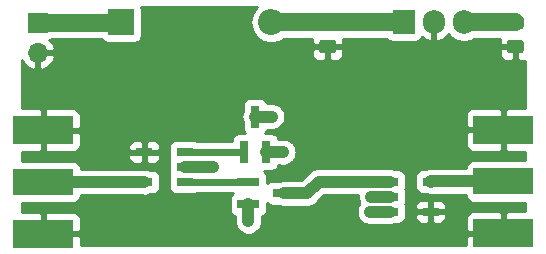
<source format=gbr>
G04 #@! TF.GenerationSoftware,KiCad,Pcbnew,(5.0.2)-1*
G04 #@! TF.CreationDate,2020-02-08T04:52:55-08:00*
G04 #@! TF.ProjectId,Pa Rev 2.0,50612052-6576-4203-922e-302e6b696361,rev?*
G04 #@! TF.SameCoordinates,Original*
G04 #@! TF.FileFunction,Copper,L1,Top*
G04 #@! TF.FilePolarity,Positive*
%FSLAX46Y46*%
G04 Gerber Fmt 4.6, Leading zero omitted, Abs format (unit mm)*
G04 Created by KiCad (PCBNEW (5.0.2)-1) date 2/8/2020 4:52:55 AM*
%MOMM*%
%LPD*%
G01*
G04 APERTURE LIST*
G04 #@! TA.AperFunction,SMDPad,CuDef*
%ADD10R,5.080000X2.420000*%
G04 #@! TD*
G04 #@! TA.AperFunction,SMDPad,CuDef*
%ADD11R,5.080000X2.290000*%
G04 #@! TD*
G04 #@! TA.AperFunction,Conductor*
%ADD12C,0.100000*%
G04 #@! TD*
G04 #@! TA.AperFunction,SMDPad,CuDef*
%ADD13C,1.150000*%
G04 #@! TD*
G04 #@! TA.AperFunction,ComponentPad*
%ADD14R,2.200000X2.200000*%
G04 #@! TD*
G04 #@! TA.AperFunction,ComponentPad*
%ADD15O,2.200000X2.200000*%
G04 #@! TD*
G04 #@! TA.AperFunction,ComponentPad*
%ADD16R,1.700000X1.700000*%
G04 #@! TD*
G04 #@! TA.AperFunction,ComponentPad*
%ADD17O,1.700000X1.700000*%
G04 #@! TD*
G04 #@! TA.AperFunction,SMDPad,CuDef*
%ADD18R,1.900000X0.800000*%
G04 #@! TD*
G04 #@! TA.AperFunction,SMDPad,CuDef*
%ADD19R,0.800000X1.900000*%
G04 #@! TD*
G04 #@! TA.AperFunction,SMDPad,CuDef*
%ADD20R,1.400000X0.760000*%
G04 #@! TD*
G04 #@! TA.AperFunction,ComponentPad*
%ADD21R,1.905000X2.000000*%
G04 #@! TD*
G04 #@! TA.AperFunction,ComponentPad*
%ADD22O,1.905000X2.000000*%
G04 #@! TD*
G04 #@! TA.AperFunction,ViaPad*
%ADD23C,1.016000*%
G04 #@! TD*
G04 #@! TA.AperFunction,Conductor*
%ADD24C,1.500000*%
G04 #@! TD*
G04 #@! TA.AperFunction,Conductor*
%ADD25C,1.000000*%
G04 #@! TD*
G04 #@! TA.AperFunction,Conductor*
%ADD26C,0.600000*%
G04 #@! TD*
G04 #@! TA.AperFunction,Conductor*
%ADD27C,0.254000*%
G04 #@! TD*
G04 APERTURE END LIST*
D10*
G04 #@! TO.P,J2,2*
G04 #@! TO.N,GND*
X87472520Y-71571080D03*
X87472520Y-80331080D03*
D11*
G04 #@! TO.P,J2,1*
G04 #@! TO.N,Net-(J2-Pad1)*
X87472520Y-75951080D03*
G04 #@! TD*
G04 #@! TO.P,J1,1*
G04 #@! TO.N,Net-(J1-Pad1)*
X48495800Y-75986640D03*
D10*
G04 #@! TO.P,J1,2*
G04 #@! TO.N,GND*
X48495800Y-71606640D03*
X48495800Y-80366640D03*
G04 #@! TD*
D12*
G04 #@! TO.N,Net-(C1-Pad1)*
G04 #@! TO.C,C1*
G36*
X73067705Y-61901204D02*
X73091973Y-61904804D01*
X73115772Y-61910765D01*
X73138871Y-61919030D01*
X73161050Y-61929520D01*
X73182093Y-61942132D01*
X73201799Y-61956747D01*
X73219977Y-61973223D01*
X73236453Y-61991401D01*
X73251068Y-62011107D01*
X73263680Y-62032150D01*
X73274170Y-62054329D01*
X73282435Y-62077428D01*
X73288396Y-62101227D01*
X73291996Y-62125495D01*
X73293200Y-62149999D01*
X73293200Y-62800001D01*
X73291996Y-62824505D01*
X73288396Y-62848773D01*
X73282435Y-62872572D01*
X73274170Y-62895671D01*
X73263680Y-62917850D01*
X73251068Y-62938893D01*
X73236453Y-62958599D01*
X73219977Y-62976777D01*
X73201799Y-62993253D01*
X73182093Y-63007868D01*
X73161050Y-63020480D01*
X73138871Y-63030970D01*
X73115772Y-63039235D01*
X73091973Y-63045196D01*
X73067705Y-63048796D01*
X73043201Y-63050000D01*
X72143199Y-63050000D01*
X72118695Y-63048796D01*
X72094427Y-63045196D01*
X72070628Y-63039235D01*
X72047529Y-63030970D01*
X72025350Y-63020480D01*
X72004307Y-63007868D01*
X71984601Y-62993253D01*
X71966423Y-62976777D01*
X71949947Y-62958599D01*
X71935332Y-62938893D01*
X71922720Y-62917850D01*
X71912230Y-62895671D01*
X71903965Y-62872572D01*
X71898004Y-62848773D01*
X71894404Y-62824505D01*
X71893200Y-62800001D01*
X71893200Y-62149999D01*
X71894404Y-62125495D01*
X71898004Y-62101227D01*
X71903965Y-62077428D01*
X71912230Y-62054329D01*
X71922720Y-62032150D01*
X71935332Y-62011107D01*
X71949947Y-61991401D01*
X71966423Y-61973223D01*
X71984601Y-61956747D01*
X72004307Y-61942132D01*
X72025350Y-61929520D01*
X72047529Y-61919030D01*
X72070628Y-61910765D01*
X72094427Y-61904804D01*
X72118695Y-61901204D01*
X72143199Y-61900000D01*
X73043201Y-61900000D01*
X73067705Y-61901204D01*
X73067705Y-61901204D01*
G37*
D13*
G04 #@! TD*
G04 #@! TO.P,C1,1*
G04 #@! TO.N,Net-(C1-Pad1)*
X72593200Y-62475000D03*
D12*
G04 #@! TO.N,GND*
G04 #@! TO.C,C1*
G36*
X73067705Y-63951204D02*
X73091973Y-63954804D01*
X73115772Y-63960765D01*
X73138871Y-63969030D01*
X73161050Y-63979520D01*
X73182093Y-63992132D01*
X73201799Y-64006747D01*
X73219977Y-64023223D01*
X73236453Y-64041401D01*
X73251068Y-64061107D01*
X73263680Y-64082150D01*
X73274170Y-64104329D01*
X73282435Y-64127428D01*
X73288396Y-64151227D01*
X73291996Y-64175495D01*
X73293200Y-64199999D01*
X73293200Y-64850001D01*
X73291996Y-64874505D01*
X73288396Y-64898773D01*
X73282435Y-64922572D01*
X73274170Y-64945671D01*
X73263680Y-64967850D01*
X73251068Y-64988893D01*
X73236453Y-65008599D01*
X73219977Y-65026777D01*
X73201799Y-65043253D01*
X73182093Y-65057868D01*
X73161050Y-65070480D01*
X73138871Y-65080970D01*
X73115772Y-65089235D01*
X73091973Y-65095196D01*
X73067705Y-65098796D01*
X73043201Y-65100000D01*
X72143199Y-65100000D01*
X72118695Y-65098796D01*
X72094427Y-65095196D01*
X72070628Y-65089235D01*
X72047529Y-65080970D01*
X72025350Y-65070480D01*
X72004307Y-65057868D01*
X71984601Y-65043253D01*
X71966423Y-65026777D01*
X71949947Y-65008599D01*
X71935332Y-64988893D01*
X71922720Y-64967850D01*
X71912230Y-64945671D01*
X71903965Y-64922572D01*
X71898004Y-64898773D01*
X71894404Y-64874505D01*
X71893200Y-64850001D01*
X71893200Y-64199999D01*
X71894404Y-64175495D01*
X71898004Y-64151227D01*
X71903965Y-64127428D01*
X71912230Y-64104329D01*
X71922720Y-64082150D01*
X71935332Y-64061107D01*
X71949947Y-64041401D01*
X71966423Y-64023223D01*
X71984601Y-64006747D01*
X72004307Y-63992132D01*
X72025350Y-63979520D01*
X72047529Y-63969030D01*
X72070628Y-63960765D01*
X72094427Y-63954804D01*
X72118695Y-63951204D01*
X72143199Y-63950000D01*
X73043201Y-63950000D01*
X73067705Y-63951204D01*
X73067705Y-63951204D01*
G37*
D13*
G04 #@! TD*
G04 #@! TO.P,C1,2*
G04 #@! TO.N,GND*
X72593200Y-64525000D03*
D12*
G04 #@! TO.N,GND*
G04 #@! TO.C,C2*
G36*
X88957945Y-63960204D02*
X88982213Y-63963804D01*
X89006012Y-63969765D01*
X89029111Y-63978030D01*
X89051290Y-63988520D01*
X89072333Y-64001132D01*
X89092039Y-64015747D01*
X89110217Y-64032223D01*
X89126693Y-64050401D01*
X89141308Y-64070107D01*
X89153920Y-64091150D01*
X89164410Y-64113329D01*
X89172675Y-64136428D01*
X89178636Y-64160227D01*
X89182236Y-64184495D01*
X89183440Y-64208999D01*
X89183440Y-64859001D01*
X89182236Y-64883505D01*
X89178636Y-64907773D01*
X89172675Y-64931572D01*
X89164410Y-64954671D01*
X89153920Y-64976850D01*
X89141308Y-64997893D01*
X89126693Y-65017599D01*
X89110217Y-65035777D01*
X89092039Y-65052253D01*
X89072333Y-65066868D01*
X89051290Y-65079480D01*
X89029111Y-65089970D01*
X89006012Y-65098235D01*
X88982213Y-65104196D01*
X88957945Y-65107796D01*
X88933441Y-65109000D01*
X88033439Y-65109000D01*
X88008935Y-65107796D01*
X87984667Y-65104196D01*
X87960868Y-65098235D01*
X87937769Y-65089970D01*
X87915590Y-65079480D01*
X87894547Y-65066868D01*
X87874841Y-65052253D01*
X87856663Y-65035777D01*
X87840187Y-65017599D01*
X87825572Y-64997893D01*
X87812960Y-64976850D01*
X87802470Y-64954671D01*
X87794205Y-64931572D01*
X87788244Y-64907773D01*
X87784644Y-64883505D01*
X87783440Y-64859001D01*
X87783440Y-64208999D01*
X87784644Y-64184495D01*
X87788244Y-64160227D01*
X87794205Y-64136428D01*
X87802470Y-64113329D01*
X87812960Y-64091150D01*
X87825572Y-64070107D01*
X87840187Y-64050401D01*
X87856663Y-64032223D01*
X87874841Y-64015747D01*
X87894547Y-64001132D01*
X87915590Y-63988520D01*
X87937769Y-63978030D01*
X87960868Y-63969765D01*
X87984667Y-63963804D01*
X88008935Y-63960204D01*
X88033439Y-63959000D01*
X88933441Y-63959000D01*
X88957945Y-63960204D01*
X88957945Y-63960204D01*
G37*
D13*
G04 #@! TD*
G04 #@! TO.P,C2,2*
G04 #@! TO.N,GND*
X88483440Y-64534000D03*
D12*
G04 #@! TO.N,Net-(C2-Pad1)*
G04 #@! TO.C,C2*
G36*
X88957945Y-61910204D02*
X88982213Y-61913804D01*
X89006012Y-61919765D01*
X89029111Y-61928030D01*
X89051290Y-61938520D01*
X89072333Y-61951132D01*
X89092039Y-61965747D01*
X89110217Y-61982223D01*
X89126693Y-62000401D01*
X89141308Y-62020107D01*
X89153920Y-62041150D01*
X89164410Y-62063329D01*
X89172675Y-62086428D01*
X89178636Y-62110227D01*
X89182236Y-62134495D01*
X89183440Y-62158999D01*
X89183440Y-62809001D01*
X89182236Y-62833505D01*
X89178636Y-62857773D01*
X89172675Y-62881572D01*
X89164410Y-62904671D01*
X89153920Y-62926850D01*
X89141308Y-62947893D01*
X89126693Y-62967599D01*
X89110217Y-62985777D01*
X89092039Y-63002253D01*
X89072333Y-63016868D01*
X89051290Y-63029480D01*
X89029111Y-63039970D01*
X89006012Y-63048235D01*
X88982213Y-63054196D01*
X88957945Y-63057796D01*
X88933441Y-63059000D01*
X88033439Y-63059000D01*
X88008935Y-63057796D01*
X87984667Y-63054196D01*
X87960868Y-63048235D01*
X87937769Y-63039970D01*
X87915590Y-63029480D01*
X87894547Y-63016868D01*
X87874841Y-63002253D01*
X87856663Y-62985777D01*
X87840187Y-62967599D01*
X87825572Y-62947893D01*
X87812960Y-62926850D01*
X87802470Y-62904671D01*
X87794205Y-62881572D01*
X87788244Y-62857773D01*
X87784644Y-62833505D01*
X87783440Y-62809001D01*
X87783440Y-62158999D01*
X87784644Y-62134495D01*
X87788244Y-62110227D01*
X87794205Y-62086428D01*
X87802470Y-62063329D01*
X87812960Y-62041150D01*
X87825572Y-62020107D01*
X87840187Y-62000401D01*
X87856663Y-61982223D01*
X87874841Y-61965747D01*
X87894547Y-61951132D01*
X87915590Y-61938520D01*
X87937769Y-61928030D01*
X87960868Y-61919765D01*
X87984667Y-61913804D01*
X88008935Y-61910204D01*
X88033439Y-61909000D01*
X88933441Y-61909000D01*
X88957945Y-61910204D01*
X88957945Y-61910204D01*
G37*
D13*
G04 #@! TD*
G04 #@! TO.P,C2,1*
G04 #@! TO.N,Net-(C2-Pad1)*
X88483440Y-62484000D03*
D14*
G04 #@! TO.P,D0,1*
G04 #@! TO.N,Net-(D0-Pad1)*
X55118000Y-62484000D03*
D15*
G04 #@! TO.P,D0,2*
G04 #@! TO.N,Net-(C1-Pad1)*
X67818000Y-62484000D03*
G04 #@! TD*
D16*
G04 #@! TO.P,J0,1*
G04 #@! TO.N,Net-(D0-Pad1)*
X48046640Y-62494160D03*
D17*
G04 #@! TO.P,J0,2*
G04 #@! TO.N,GND*
X48046640Y-65034160D03*
G04 #@! TD*
D18*
G04 #@! TO.P,Q1,1*
G04 #@! TO.N,Net-(Q1-Pad1)*
X65887600Y-75996800D03*
G04 #@! TO.P,Q1,2*
G04 #@! TO.N,Net-(C3-Pad1)*
X65887600Y-77896800D03*
G04 #@! TO.P,Q1,3*
G04 #@! TO.N,Net-(Q1-Pad3)*
X68887600Y-76946800D03*
G04 #@! TD*
D19*
G04 #@! TO.P,Q2,3*
G04 #@! TO.N,Net-(Q2-Pad3)*
X66456600Y-70456800D03*
G04 #@! TO.P,Q2,2*
G04 #@! TO.N,Net-(C3-Pad1)*
X67406600Y-73456800D03*
G04 #@! TO.P,Q2,1*
G04 #@! TO.N,Net-(Q2-Pad1)*
X65506600Y-73456800D03*
G04 #@! TD*
D20*
G04 #@! TO.P,T1,1*
G04 #@! TO.N,GND*
X57060600Y-73456800D03*
G04 #@! TO.P,T1,2*
G04 #@! TO.N,Net-(J1-Pad1)*
X57060600Y-75996800D03*
G04 #@! TO.P,T1,3*
G04 #@! TO.N,Net-(Q1-Pad1)*
X60490600Y-75996800D03*
G04 #@! TO.P,T1,4*
G04 #@! TO.N,Net-(R1-Pad2)*
X60490600Y-74726800D03*
G04 #@! TO.P,T1,5*
G04 #@! TO.N,Net-(Q2-Pad1)*
X60490600Y-73456800D03*
G04 #@! TD*
G04 #@! TO.P,T2,5*
G04 #@! TO.N,Net-(Q2-Pad3)*
X77888600Y-78498700D03*
G04 #@! TO.P,T2,4*
G04 #@! TO.N,Net-(C2-Pad1)*
X77888600Y-77228700D03*
G04 #@! TO.P,T2,3*
G04 #@! TO.N,Net-(Q1-Pad3)*
X77888600Y-75958700D03*
G04 #@! TO.P,T2,2*
G04 #@! TO.N,Net-(J2-Pad1)*
X81318600Y-75958700D03*
G04 #@! TO.P,T2,1*
G04 #@! TO.N,GND*
X81318600Y-78498700D03*
G04 #@! TD*
D21*
G04 #@! TO.P,U0,1*
G04 #@! TO.N,Net-(C1-Pad1)*
X79044800Y-62484000D03*
D22*
G04 #@! TO.P,U0,2*
G04 #@! TO.N,GND*
X81584800Y-62484000D03*
G04 #@! TO.P,U0,3*
G04 #@! TO.N,Net-(C2-Pad1)*
X84124800Y-62484000D03*
G04 #@! TD*
D23*
G04 #@! TO.N,Net-(C2-Pad1)*
X76299060Y-77228700D03*
G04 #@! TO.N,Net-(C3-Pad1)*
X68806600Y-73456800D03*
X65887600Y-79296800D03*
G04 #@! TO.N,Net-(Q2-Pad3)*
X67856600Y-70456800D03*
X76186060Y-78496160D03*
G04 #@! TO.N,Net-(R1-Pad2)*
X62890400Y-74726800D03*
G04 #@! TD*
D24*
G04 #@! TO.N,Net-(C1-Pad1)*
X67818000Y-62484000D02*
X79044800Y-62484000D01*
G04 #@! TO.N,Net-(C2-Pad1)*
X88483440Y-62484000D02*
X84124800Y-62484000D01*
D25*
X77888600Y-77228700D02*
X76299060Y-77228700D01*
X76299060Y-77228700D02*
X76299060Y-77228700D01*
G04 #@! TO.N,Net-(C3-Pad1)*
X65887600Y-77896800D02*
X65887600Y-79296800D01*
X67406600Y-73456800D02*
X68806600Y-73456800D01*
X68806600Y-73456800D02*
X68806600Y-73456800D01*
X65887600Y-79296800D02*
X65887600Y-79296800D01*
D24*
G04 #@! TO.N,Net-(D0-Pad1)*
X55107840Y-62494160D02*
X55118000Y-62484000D01*
X48046640Y-62494160D02*
X55107840Y-62494160D01*
D25*
G04 #@! TO.N,Net-(J1-Pad1)*
X57050440Y-75986640D02*
X57060600Y-75996800D01*
X48495800Y-75986640D02*
X57050440Y-75986640D01*
G04 #@! TO.N,Net-(J2-Pad1)*
X87645660Y-75958700D02*
X87648200Y-75956160D01*
X81326220Y-75951080D02*
X81318600Y-75958700D01*
X87472520Y-75951080D02*
X81326220Y-75951080D01*
D26*
G04 #@! TO.N,Net-(Q1-Pad1)*
X65887600Y-75996800D02*
X60490600Y-75996800D01*
D25*
G04 #@! TO.N,Net-(Q1-Pad3)*
X70837600Y-76946800D02*
X71825700Y-75958700D01*
X68887600Y-76946800D02*
X70837600Y-76946800D01*
X71825700Y-75958700D02*
X76390500Y-75958700D01*
X76390500Y-75958700D02*
X77888600Y-75958700D01*
G04 #@! TO.N,Net-(Q2-Pad3)*
X67856600Y-70456800D02*
X67856600Y-70456800D01*
X66456600Y-70456800D02*
X67856600Y-70456800D01*
X67856600Y-70456800D02*
X67859400Y-70459600D01*
X76188600Y-78498700D02*
X76186060Y-78496160D01*
X77888600Y-78498700D02*
X76188600Y-78498700D01*
X76186060Y-78496160D02*
X76186060Y-78496160D01*
D26*
G04 #@! TO.N,Net-(Q2-Pad1)*
X65506600Y-73456800D02*
X60490600Y-73456800D01*
D25*
G04 #@! TO.N,Net-(R1-Pad2)*
X60490600Y-74726800D02*
X62890400Y-74726800D01*
X62190600Y-74726800D02*
X62890400Y-74726800D01*
X62890400Y-74726800D02*
X62190600Y-74726800D01*
G04 #@! TD*
D27*
G04 #@! TO.N,GND*
G36*
X66567135Y-61233135D02*
X66183666Y-61807037D01*
X66049010Y-62484000D01*
X66183666Y-63160963D01*
X66567135Y-63734865D01*
X67141037Y-64118334D01*
X67647120Y-64219000D01*
X67988880Y-64219000D01*
X68494963Y-64118334D01*
X68868118Y-63869000D01*
X71258200Y-63869000D01*
X71258200Y-64239250D01*
X71416950Y-64398000D01*
X72466200Y-64398000D01*
X72466200Y-64378000D01*
X72720200Y-64378000D01*
X72720200Y-64398000D01*
X73769450Y-64398000D01*
X73928200Y-64239250D01*
X73928200Y-63869000D01*
X77585841Y-63869000D01*
X77634491Y-63941809D01*
X77844535Y-64082157D01*
X78092300Y-64131440D01*
X79997300Y-64131440D01*
X80245065Y-64082157D01*
X80455109Y-63941809D01*
X80592055Y-63736857D01*
X80717876Y-63859973D01*
X81211820Y-64074563D01*
X81457800Y-63954594D01*
X81457800Y-62611000D01*
X81437800Y-62611000D01*
X81437800Y-62357000D01*
X81457800Y-62357000D01*
X81457800Y-62337000D01*
X81711800Y-62337000D01*
X81711800Y-62357000D01*
X81731800Y-62357000D01*
X81731800Y-62611000D01*
X81711800Y-62611000D01*
X81711800Y-63954594D01*
X81957780Y-64074563D01*
X82451724Y-63859973D01*
X82845641Y-63474526D01*
X82980277Y-63676023D01*
X83505390Y-64026891D01*
X84124800Y-64150100D01*
X84744211Y-64026891D01*
X84980512Y-63869000D01*
X87148440Y-63869000D01*
X87148440Y-64248250D01*
X87307190Y-64407000D01*
X88356440Y-64407000D01*
X88356440Y-64387000D01*
X88610440Y-64387000D01*
X88610440Y-64407000D01*
X88630440Y-64407000D01*
X88630440Y-64661000D01*
X88610440Y-64661000D01*
X88610440Y-65585250D01*
X88769190Y-65744000D01*
X89290001Y-65744000D01*
X89290001Y-69726080D01*
X87758270Y-69726080D01*
X87599520Y-69884830D01*
X87599520Y-71444080D01*
X87619520Y-71444080D01*
X87619520Y-71698080D01*
X87599520Y-71698080D01*
X87599520Y-73257330D01*
X87758270Y-73416080D01*
X89290000Y-73416080D01*
X89290000Y-74158640D01*
X84932520Y-74158640D01*
X84684755Y-74207923D01*
X84474711Y-74348271D01*
X84334363Y-74558315D01*
X84285080Y-74806080D01*
X84285080Y-74816080D01*
X81438001Y-74816080D01*
X81326219Y-74793845D01*
X81214437Y-74816080D01*
X80883365Y-74881934D01*
X80809543Y-74931260D01*
X80618600Y-74931260D01*
X80370835Y-74980543D01*
X80160791Y-75120891D01*
X80020443Y-75330935D01*
X79971160Y-75578700D01*
X79971160Y-76338700D01*
X80020443Y-76586465D01*
X80160791Y-76796509D01*
X80370835Y-76936857D01*
X80618600Y-76986140D01*
X80813329Y-76986140D01*
X80875746Y-77027846D01*
X81318600Y-77115935D01*
X81468691Y-77086080D01*
X84285080Y-77086080D01*
X84285080Y-77096080D01*
X84334363Y-77343845D01*
X84474711Y-77553889D01*
X84684755Y-77694237D01*
X84932520Y-77743520D01*
X89290000Y-77743520D01*
X89290000Y-78486080D01*
X87758270Y-78486080D01*
X87599520Y-78644830D01*
X87599520Y-80204080D01*
X87619520Y-80204080D01*
X87619520Y-80458080D01*
X87599520Y-80458080D01*
X87599520Y-80478080D01*
X87345520Y-80478080D01*
X87345520Y-80458080D01*
X84456270Y-80458080D01*
X84297520Y-80616830D01*
X84297520Y-81290000D01*
X51670800Y-81290000D01*
X51670800Y-80652390D01*
X51512050Y-80493640D01*
X48622800Y-80493640D01*
X48622800Y-80513640D01*
X48368800Y-80513640D01*
X48368800Y-80493640D01*
X48348800Y-80493640D01*
X48348800Y-80239640D01*
X48368800Y-80239640D01*
X48368800Y-78680390D01*
X48622800Y-78680390D01*
X48622800Y-80239640D01*
X51512050Y-80239640D01*
X51670800Y-80080890D01*
X51670800Y-79030330D01*
X51574127Y-78796941D01*
X51395498Y-78618313D01*
X51162109Y-78521640D01*
X48781550Y-78521640D01*
X48622800Y-78680390D01*
X48368800Y-78680390D01*
X48210050Y-78521640D01*
X46710000Y-78521640D01*
X46710000Y-77779080D01*
X51035800Y-77779080D01*
X51283565Y-77729797D01*
X51493609Y-77589449D01*
X51633957Y-77379405D01*
X51683240Y-77131640D01*
X51683240Y-77121640D01*
X56897740Y-77121640D01*
X57060599Y-77154035D01*
X57503454Y-77065945D01*
X57565870Y-77024240D01*
X57760600Y-77024240D01*
X58008365Y-76974957D01*
X58218409Y-76834609D01*
X58358757Y-76624565D01*
X58408040Y-76376800D01*
X58408040Y-75616800D01*
X58358757Y-75369035D01*
X58218409Y-75158991D01*
X58008365Y-75018643D01*
X57760600Y-74969360D01*
X57570918Y-74969360D01*
X57493295Y-74917494D01*
X57162223Y-74851640D01*
X57050440Y-74829405D01*
X56938657Y-74851640D01*
X51683240Y-74851640D01*
X51683240Y-74841640D01*
X51633957Y-74593875D01*
X51493609Y-74383831D01*
X51283565Y-74243483D01*
X51035800Y-74194200D01*
X46710000Y-74194200D01*
X46710000Y-73742550D01*
X55725600Y-73742550D01*
X55725600Y-73963110D01*
X55822273Y-74196499D01*
X56000902Y-74375127D01*
X56234291Y-74471800D01*
X56774850Y-74471800D01*
X56933600Y-74313050D01*
X56933600Y-73583800D01*
X57187600Y-73583800D01*
X57187600Y-74313050D01*
X57346350Y-74471800D01*
X57886909Y-74471800D01*
X58120298Y-74375127D01*
X58298927Y-74196499D01*
X58395600Y-73963110D01*
X58395600Y-73742550D01*
X58236850Y-73583800D01*
X57187600Y-73583800D01*
X56933600Y-73583800D01*
X55884350Y-73583800D01*
X55725600Y-73742550D01*
X46710000Y-73742550D01*
X46710000Y-73451640D01*
X48210050Y-73451640D01*
X48368800Y-73292890D01*
X48368800Y-71733640D01*
X48622800Y-71733640D01*
X48622800Y-73292890D01*
X48781550Y-73451640D01*
X51162109Y-73451640D01*
X51395498Y-73354967D01*
X51574127Y-73176339D01*
X51667676Y-72950490D01*
X55725600Y-72950490D01*
X55725600Y-73171050D01*
X55884350Y-73329800D01*
X56933600Y-73329800D01*
X56933600Y-72600550D01*
X57187600Y-72600550D01*
X57187600Y-73329800D01*
X58236850Y-73329800D01*
X58395600Y-73171050D01*
X58395600Y-73076800D01*
X59143160Y-73076800D01*
X59143160Y-73836800D01*
X59192443Y-74084565D01*
X59197277Y-74091800D01*
X59192443Y-74099035D01*
X59143160Y-74346800D01*
X59143160Y-75106800D01*
X59192443Y-75354565D01*
X59197277Y-75361800D01*
X59192443Y-75369035D01*
X59143160Y-75616800D01*
X59143160Y-76376800D01*
X59192443Y-76624565D01*
X59332791Y-76834609D01*
X59542835Y-76974957D01*
X59790600Y-77024240D01*
X61190600Y-77024240D01*
X61438365Y-76974957D01*
X61502954Y-76931800D01*
X64595315Y-76931800D01*
X64617764Y-76946800D01*
X64479791Y-77038991D01*
X64339443Y-77249035D01*
X64290160Y-77496800D01*
X64290160Y-78296800D01*
X64339443Y-78544565D01*
X64479791Y-78754609D01*
X64689835Y-78894957D01*
X64752600Y-78907442D01*
X64752600Y-79050129D01*
X64744600Y-79069443D01*
X64744600Y-79225236D01*
X64730365Y-79296800D01*
X64744600Y-79368364D01*
X64744600Y-79524157D01*
X64804219Y-79668090D01*
X64818454Y-79739655D01*
X64858992Y-79800324D01*
X64918611Y-79944258D01*
X65028774Y-80054421D01*
X65069311Y-80115089D01*
X65129979Y-80155626D01*
X65240142Y-80265789D01*
X65384076Y-80325408D01*
X65444745Y-80365946D01*
X65516310Y-80380181D01*
X65660243Y-80439800D01*
X65816036Y-80439800D01*
X65887600Y-80454035D01*
X65959164Y-80439800D01*
X66114957Y-80439800D01*
X66258890Y-80380181D01*
X66330455Y-80365946D01*
X66391124Y-80325408D01*
X66535058Y-80265789D01*
X66645221Y-80155626D01*
X66705889Y-80115089D01*
X66746426Y-80054421D01*
X66856589Y-79944258D01*
X66916208Y-79800324D01*
X66956746Y-79739655D01*
X66970981Y-79668090D01*
X67030600Y-79524157D01*
X67030600Y-79368364D01*
X67044835Y-79296800D01*
X67030600Y-79225236D01*
X67030600Y-79069443D01*
X67022600Y-79050129D01*
X67022600Y-78907442D01*
X67085365Y-78894957D01*
X67295409Y-78754609D01*
X67435757Y-78544565D01*
X67485040Y-78296800D01*
X67485040Y-77808116D01*
X67689835Y-77944957D01*
X67937600Y-77994240D01*
X68412260Y-77994240D01*
X68444745Y-78015946D01*
X68775817Y-78081800D01*
X70725817Y-78081800D01*
X70837600Y-78104035D01*
X70949383Y-78081800D01*
X71280455Y-78015946D01*
X71655889Y-77765089D01*
X71719213Y-77670319D01*
X72295832Y-77093700D01*
X75156060Y-77093700D01*
X75156060Y-77157136D01*
X75141825Y-77228700D01*
X75156060Y-77300264D01*
X75156060Y-77456057D01*
X75215679Y-77599990D01*
X75229914Y-77671555D01*
X75270452Y-77732224D01*
X75288932Y-77776841D01*
X75217071Y-77848702D01*
X75157452Y-77992636D01*
X75116914Y-78053305D01*
X75102679Y-78124870D01*
X75043060Y-78268803D01*
X75043060Y-78424596D01*
X75028825Y-78496160D01*
X75043060Y-78567724D01*
X75043060Y-78723517D01*
X75102679Y-78867450D01*
X75116914Y-78939015D01*
X75157452Y-78999684D01*
X75217071Y-79143618D01*
X75327234Y-79253781D01*
X75367771Y-79314449D01*
X75369294Y-79315466D01*
X75370311Y-79316989D01*
X75430979Y-79357526D01*
X75538602Y-79465149D01*
X75679217Y-79523394D01*
X75745745Y-79567846D01*
X75824220Y-79583456D01*
X75958703Y-79639160D01*
X76104265Y-79639160D01*
X76188599Y-79655935D01*
X76272933Y-79639160D01*
X76413417Y-79639160D01*
X76426599Y-79633700D01*
X78000383Y-79633700D01*
X78331455Y-79567846D01*
X78393872Y-79526140D01*
X78588600Y-79526140D01*
X78836365Y-79476857D01*
X79046409Y-79336509D01*
X79186757Y-79126465D01*
X79236040Y-78878700D01*
X79236040Y-78784450D01*
X79983600Y-78784450D01*
X79983600Y-79005010D01*
X80080273Y-79238399D01*
X80258902Y-79417027D01*
X80492291Y-79513700D01*
X81032850Y-79513700D01*
X81191600Y-79354950D01*
X81191600Y-78625700D01*
X81445600Y-78625700D01*
X81445600Y-79354950D01*
X81604350Y-79513700D01*
X82144909Y-79513700D01*
X82378298Y-79417027D01*
X82556927Y-79238399D01*
X82653600Y-79005010D01*
X82653600Y-78994770D01*
X84297520Y-78994770D01*
X84297520Y-80045330D01*
X84456270Y-80204080D01*
X87345520Y-80204080D01*
X87345520Y-78644830D01*
X87186770Y-78486080D01*
X84806211Y-78486080D01*
X84572822Y-78582753D01*
X84394193Y-78761381D01*
X84297520Y-78994770D01*
X82653600Y-78994770D01*
X82653600Y-78784450D01*
X82494850Y-78625700D01*
X81445600Y-78625700D01*
X81191600Y-78625700D01*
X80142350Y-78625700D01*
X79983600Y-78784450D01*
X79236040Y-78784450D01*
X79236040Y-78118700D01*
X79210916Y-77992390D01*
X79983600Y-77992390D01*
X79983600Y-78212950D01*
X80142350Y-78371700D01*
X81191600Y-78371700D01*
X81191600Y-77642450D01*
X81445600Y-77642450D01*
X81445600Y-78371700D01*
X82494850Y-78371700D01*
X82653600Y-78212950D01*
X82653600Y-77992390D01*
X82556927Y-77759001D01*
X82378298Y-77580373D01*
X82144909Y-77483700D01*
X81604350Y-77483700D01*
X81445600Y-77642450D01*
X81191600Y-77642450D01*
X81032850Y-77483700D01*
X80492291Y-77483700D01*
X80258902Y-77580373D01*
X80080273Y-77759001D01*
X79983600Y-77992390D01*
X79210916Y-77992390D01*
X79186757Y-77870935D01*
X79181923Y-77863700D01*
X79186757Y-77856465D01*
X79236040Y-77608700D01*
X79236040Y-76848700D01*
X79186757Y-76600935D01*
X79181923Y-76593700D01*
X79186757Y-76586465D01*
X79236040Y-76338700D01*
X79236040Y-75578700D01*
X79186757Y-75330935D01*
X79046409Y-75120891D01*
X78836365Y-74980543D01*
X78588600Y-74931260D01*
X78393872Y-74931260D01*
X78331455Y-74889554D01*
X78000383Y-74823700D01*
X71937481Y-74823700D01*
X71825699Y-74801465D01*
X71713917Y-74823700D01*
X71382845Y-74889554D01*
X71007411Y-75140411D01*
X70944089Y-75235179D01*
X70367469Y-75811800D01*
X68775817Y-75811800D01*
X68444745Y-75877654D01*
X68412260Y-75899360D01*
X67937600Y-75899360D01*
X67689835Y-75948643D01*
X67485040Y-76085484D01*
X67485040Y-75596800D01*
X67435757Y-75349035D01*
X67295409Y-75138991D01*
X67168571Y-75054240D01*
X67806600Y-75054240D01*
X68054365Y-75004957D01*
X68264409Y-74864609D01*
X68404757Y-74654565D01*
X68417242Y-74591800D01*
X68559929Y-74591800D01*
X68579243Y-74599800D01*
X69033957Y-74599800D01*
X69177890Y-74540181D01*
X69249455Y-74525946D01*
X69310124Y-74485408D01*
X69454058Y-74425789D01*
X69564221Y-74315626D01*
X69624889Y-74275089D01*
X69665426Y-74214421D01*
X69775589Y-74104258D01*
X69835208Y-73960324D01*
X69875746Y-73899655D01*
X69889981Y-73828090D01*
X69949600Y-73684157D01*
X69949600Y-73528364D01*
X69963835Y-73456800D01*
X69949600Y-73385236D01*
X69949600Y-73229443D01*
X69889981Y-73085510D01*
X69875746Y-73013945D01*
X69835208Y-72953276D01*
X69775589Y-72809342D01*
X69665426Y-72699179D01*
X69624889Y-72638511D01*
X69564221Y-72597974D01*
X69454058Y-72487811D01*
X69310124Y-72428192D01*
X69249455Y-72387654D01*
X69177890Y-72373419D01*
X69033957Y-72313800D01*
X68579243Y-72313800D01*
X68559929Y-72321800D01*
X68417242Y-72321800D01*
X68404757Y-72259035D01*
X68264409Y-72048991D01*
X68054365Y-71908643D01*
X67806600Y-71859360D01*
X67317916Y-71859360D01*
X67319606Y-71856830D01*
X84297520Y-71856830D01*
X84297520Y-72907390D01*
X84394193Y-73140779D01*
X84572822Y-73319407D01*
X84806211Y-73416080D01*
X87186770Y-73416080D01*
X87345520Y-73257330D01*
X87345520Y-71698080D01*
X84456270Y-71698080D01*
X84297520Y-71856830D01*
X67319606Y-71856830D01*
X67454757Y-71654565D01*
X67467242Y-71591800D01*
X67609929Y-71591800D01*
X67629243Y-71599800D01*
X67773759Y-71599800D01*
X67859400Y-71616835D01*
X67945041Y-71599800D01*
X68083957Y-71599800D01*
X68212299Y-71546639D01*
X68302254Y-71528746D01*
X68378513Y-71477791D01*
X68504058Y-71425789D01*
X68600149Y-71329698D01*
X68677688Y-71277888D01*
X68729498Y-71200349D01*
X68825589Y-71104258D01*
X68877591Y-70978713D01*
X68928546Y-70902454D01*
X68946439Y-70812499D01*
X68999600Y-70684157D01*
X68999600Y-70545241D01*
X69016635Y-70459600D01*
X68999600Y-70373959D01*
X68999600Y-70234770D01*
X84297520Y-70234770D01*
X84297520Y-71285330D01*
X84456270Y-71444080D01*
X87345520Y-71444080D01*
X87345520Y-69884830D01*
X87186770Y-69726080D01*
X84806211Y-69726080D01*
X84572822Y-69822753D01*
X84394193Y-70001381D01*
X84297520Y-70234770D01*
X68999600Y-70234770D01*
X68999600Y-70229443D01*
X68944296Y-70095927D01*
X68928546Y-70016746D01*
X68883694Y-69949621D01*
X68825589Y-69809342D01*
X68715426Y-69699179D01*
X68674889Y-69638511D01*
X68614221Y-69597974D01*
X68504058Y-69487811D01*
X68360124Y-69428192D01*
X68299455Y-69387654D01*
X68227890Y-69373419D01*
X68083957Y-69313800D01*
X67928164Y-69313800D01*
X67856600Y-69299565D01*
X67785036Y-69313800D01*
X67629243Y-69313800D01*
X67609929Y-69321800D01*
X67467242Y-69321800D01*
X67454757Y-69259035D01*
X67314409Y-69048991D01*
X67104365Y-68908643D01*
X66856600Y-68859360D01*
X66056600Y-68859360D01*
X65808835Y-68908643D01*
X65598791Y-69048991D01*
X65458443Y-69259035D01*
X65409160Y-69506800D01*
X65409160Y-69981460D01*
X65387454Y-70013945D01*
X65299365Y-70456800D01*
X65387454Y-70899655D01*
X65409160Y-70932140D01*
X65409160Y-71406800D01*
X65458443Y-71654565D01*
X65595284Y-71859360D01*
X65106600Y-71859360D01*
X64858835Y-71908643D01*
X64648791Y-72048991D01*
X64508443Y-72259035D01*
X64459160Y-72506800D01*
X64459160Y-72521800D01*
X61502954Y-72521800D01*
X61438365Y-72478643D01*
X61190600Y-72429360D01*
X59790600Y-72429360D01*
X59542835Y-72478643D01*
X59332791Y-72618991D01*
X59192443Y-72829035D01*
X59143160Y-73076800D01*
X58395600Y-73076800D01*
X58395600Y-72950490D01*
X58298927Y-72717101D01*
X58120298Y-72538473D01*
X57886909Y-72441800D01*
X57346350Y-72441800D01*
X57187600Y-72600550D01*
X56933600Y-72600550D01*
X56774850Y-72441800D01*
X56234291Y-72441800D01*
X56000902Y-72538473D01*
X55822273Y-72717101D01*
X55725600Y-72950490D01*
X51667676Y-72950490D01*
X51670800Y-72942950D01*
X51670800Y-71892390D01*
X51512050Y-71733640D01*
X48622800Y-71733640D01*
X48368800Y-71733640D01*
X48348800Y-71733640D01*
X48348800Y-71479640D01*
X48368800Y-71479640D01*
X48368800Y-69920390D01*
X48622800Y-69920390D01*
X48622800Y-71479640D01*
X51512050Y-71479640D01*
X51670800Y-71320890D01*
X51670800Y-70270330D01*
X51574127Y-70036941D01*
X51395498Y-69858313D01*
X51162109Y-69761640D01*
X48781550Y-69761640D01*
X48622800Y-69920390D01*
X48368800Y-69920390D01*
X48210050Y-69761640D01*
X46710000Y-69761640D01*
X46710000Y-65644162D01*
X46774995Y-65801084D01*
X47165282Y-66229343D01*
X47689748Y-66475646D01*
X47919640Y-66354979D01*
X47919640Y-65161160D01*
X48173640Y-65161160D01*
X48173640Y-66354979D01*
X48403532Y-66475646D01*
X48927998Y-66229343D01*
X49318285Y-65801084D01*
X49488116Y-65391050D01*
X49366795Y-65161160D01*
X48173640Y-65161160D01*
X47919640Y-65161160D01*
X47899640Y-65161160D01*
X47899640Y-64907160D01*
X47919640Y-64907160D01*
X47919640Y-64887160D01*
X48173640Y-64887160D01*
X48173640Y-64907160D01*
X49366795Y-64907160D01*
X49417673Y-64810750D01*
X71258200Y-64810750D01*
X71258200Y-65226309D01*
X71354873Y-65459698D01*
X71533501Y-65638327D01*
X71766890Y-65735000D01*
X72307450Y-65735000D01*
X72466200Y-65576250D01*
X72466200Y-64652000D01*
X72720200Y-64652000D01*
X72720200Y-65576250D01*
X72878950Y-65735000D01*
X73419510Y-65735000D01*
X73652899Y-65638327D01*
X73831527Y-65459698D01*
X73928200Y-65226309D01*
X73928200Y-64819750D01*
X87148440Y-64819750D01*
X87148440Y-65235309D01*
X87245113Y-65468698D01*
X87423741Y-65647327D01*
X87657130Y-65744000D01*
X88197690Y-65744000D01*
X88356440Y-65585250D01*
X88356440Y-64661000D01*
X87307190Y-64661000D01*
X87148440Y-64819750D01*
X73928200Y-64819750D01*
X73928200Y-64810750D01*
X73769450Y-64652000D01*
X72720200Y-64652000D01*
X72466200Y-64652000D01*
X71416950Y-64652000D01*
X71258200Y-64810750D01*
X49417673Y-64810750D01*
X49488116Y-64677270D01*
X49318285Y-64267236D01*
X49040932Y-63962899D01*
X49144405Y-63942317D01*
X49238925Y-63879160D01*
X53451512Y-63879160D01*
X53560191Y-64041809D01*
X53770235Y-64182157D01*
X54018000Y-64231440D01*
X56218000Y-64231440D01*
X56465765Y-64182157D01*
X56675809Y-64041809D01*
X56816157Y-63831765D01*
X56865440Y-63584000D01*
X56865440Y-61384000D01*
X56830830Y-61210000D01*
X66601759Y-61210000D01*
X66567135Y-61233135D01*
X66567135Y-61233135D01*
G37*
X66567135Y-61233135D02*
X66183666Y-61807037D01*
X66049010Y-62484000D01*
X66183666Y-63160963D01*
X66567135Y-63734865D01*
X67141037Y-64118334D01*
X67647120Y-64219000D01*
X67988880Y-64219000D01*
X68494963Y-64118334D01*
X68868118Y-63869000D01*
X71258200Y-63869000D01*
X71258200Y-64239250D01*
X71416950Y-64398000D01*
X72466200Y-64398000D01*
X72466200Y-64378000D01*
X72720200Y-64378000D01*
X72720200Y-64398000D01*
X73769450Y-64398000D01*
X73928200Y-64239250D01*
X73928200Y-63869000D01*
X77585841Y-63869000D01*
X77634491Y-63941809D01*
X77844535Y-64082157D01*
X78092300Y-64131440D01*
X79997300Y-64131440D01*
X80245065Y-64082157D01*
X80455109Y-63941809D01*
X80592055Y-63736857D01*
X80717876Y-63859973D01*
X81211820Y-64074563D01*
X81457800Y-63954594D01*
X81457800Y-62611000D01*
X81437800Y-62611000D01*
X81437800Y-62357000D01*
X81457800Y-62357000D01*
X81457800Y-62337000D01*
X81711800Y-62337000D01*
X81711800Y-62357000D01*
X81731800Y-62357000D01*
X81731800Y-62611000D01*
X81711800Y-62611000D01*
X81711800Y-63954594D01*
X81957780Y-64074563D01*
X82451724Y-63859973D01*
X82845641Y-63474526D01*
X82980277Y-63676023D01*
X83505390Y-64026891D01*
X84124800Y-64150100D01*
X84744211Y-64026891D01*
X84980512Y-63869000D01*
X87148440Y-63869000D01*
X87148440Y-64248250D01*
X87307190Y-64407000D01*
X88356440Y-64407000D01*
X88356440Y-64387000D01*
X88610440Y-64387000D01*
X88610440Y-64407000D01*
X88630440Y-64407000D01*
X88630440Y-64661000D01*
X88610440Y-64661000D01*
X88610440Y-65585250D01*
X88769190Y-65744000D01*
X89290001Y-65744000D01*
X89290001Y-69726080D01*
X87758270Y-69726080D01*
X87599520Y-69884830D01*
X87599520Y-71444080D01*
X87619520Y-71444080D01*
X87619520Y-71698080D01*
X87599520Y-71698080D01*
X87599520Y-73257330D01*
X87758270Y-73416080D01*
X89290000Y-73416080D01*
X89290000Y-74158640D01*
X84932520Y-74158640D01*
X84684755Y-74207923D01*
X84474711Y-74348271D01*
X84334363Y-74558315D01*
X84285080Y-74806080D01*
X84285080Y-74816080D01*
X81438001Y-74816080D01*
X81326219Y-74793845D01*
X81214437Y-74816080D01*
X80883365Y-74881934D01*
X80809543Y-74931260D01*
X80618600Y-74931260D01*
X80370835Y-74980543D01*
X80160791Y-75120891D01*
X80020443Y-75330935D01*
X79971160Y-75578700D01*
X79971160Y-76338700D01*
X80020443Y-76586465D01*
X80160791Y-76796509D01*
X80370835Y-76936857D01*
X80618600Y-76986140D01*
X80813329Y-76986140D01*
X80875746Y-77027846D01*
X81318600Y-77115935D01*
X81468691Y-77086080D01*
X84285080Y-77086080D01*
X84285080Y-77096080D01*
X84334363Y-77343845D01*
X84474711Y-77553889D01*
X84684755Y-77694237D01*
X84932520Y-77743520D01*
X89290000Y-77743520D01*
X89290000Y-78486080D01*
X87758270Y-78486080D01*
X87599520Y-78644830D01*
X87599520Y-80204080D01*
X87619520Y-80204080D01*
X87619520Y-80458080D01*
X87599520Y-80458080D01*
X87599520Y-80478080D01*
X87345520Y-80478080D01*
X87345520Y-80458080D01*
X84456270Y-80458080D01*
X84297520Y-80616830D01*
X84297520Y-81290000D01*
X51670800Y-81290000D01*
X51670800Y-80652390D01*
X51512050Y-80493640D01*
X48622800Y-80493640D01*
X48622800Y-80513640D01*
X48368800Y-80513640D01*
X48368800Y-80493640D01*
X48348800Y-80493640D01*
X48348800Y-80239640D01*
X48368800Y-80239640D01*
X48368800Y-78680390D01*
X48622800Y-78680390D01*
X48622800Y-80239640D01*
X51512050Y-80239640D01*
X51670800Y-80080890D01*
X51670800Y-79030330D01*
X51574127Y-78796941D01*
X51395498Y-78618313D01*
X51162109Y-78521640D01*
X48781550Y-78521640D01*
X48622800Y-78680390D01*
X48368800Y-78680390D01*
X48210050Y-78521640D01*
X46710000Y-78521640D01*
X46710000Y-77779080D01*
X51035800Y-77779080D01*
X51283565Y-77729797D01*
X51493609Y-77589449D01*
X51633957Y-77379405D01*
X51683240Y-77131640D01*
X51683240Y-77121640D01*
X56897740Y-77121640D01*
X57060599Y-77154035D01*
X57503454Y-77065945D01*
X57565870Y-77024240D01*
X57760600Y-77024240D01*
X58008365Y-76974957D01*
X58218409Y-76834609D01*
X58358757Y-76624565D01*
X58408040Y-76376800D01*
X58408040Y-75616800D01*
X58358757Y-75369035D01*
X58218409Y-75158991D01*
X58008365Y-75018643D01*
X57760600Y-74969360D01*
X57570918Y-74969360D01*
X57493295Y-74917494D01*
X57162223Y-74851640D01*
X57050440Y-74829405D01*
X56938657Y-74851640D01*
X51683240Y-74851640D01*
X51683240Y-74841640D01*
X51633957Y-74593875D01*
X51493609Y-74383831D01*
X51283565Y-74243483D01*
X51035800Y-74194200D01*
X46710000Y-74194200D01*
X46710000Y-73742550D01*
X55725600Y-73742550D01*
X55725600Y-73963110D01*
X55822273Y-74196499D01*
X56000902Y-74375127D01*
X56234291Y-74471800D01*
X56774850Y-74471800D01*
X56933600Y-74313050D01*
X56933600Y-73583800D01*
X57187600Y-73583800D01*
X57187600Y-74313050D01*
X57346350Y-74471800D01*
X57886909Y-74471800D01*
X58120298Y-74375127D01*
X58298927Y-74196499D01*
X58395600Y-73963110D01*
X58395600Y-73742550D01*
X58236850Y-73583800D01*
X57187600Y-73583800D01*
X56933600Y-73583800D01*
X55884350Y-73583800D01*
X55725600Y-73742550D01*
X46710000Y-73742550D01*
X46710000Y-73451640D01*
X48210050Y-73451640D01*
X48368800Y-73292890D01*
X48368800Y-71733640D01*
X48622800Y-71733640D01*
X48622800Y-73292890D01*
X48781550Y-73451640D01*
X51162109Y-73451640D01*
X51395498Y-73354967D01*
X51574127Y-73176339D01*
X51667676Y-72950490D01*
X55725600Y-72950490D01*
X55725600Y-73171050D01*
X55884350Y-73329800D01*
X56933600Y-73329800D01*
X56933600Y-72600550D01*
X57187600Y-72600550D01*
X57187600Y-73329800D01*
X58236850Y-73329800D01*
X58395600Y-73171050D01*
X58395600Y-73076800D01*
X59143160Y-73076800D01*
X59143160Y-73836800D01*
X59192443Y-74084565D01*
X59197277Y-74091800D01*
X59192443Y-74099035D01*
X59143160Y-74346800D01*
X59143160Y-75106800D01*
X59192443Y-75354565D01*
X59197277Y-75361800D01*
X59192443Y-75369035D01*
X59143160Y-75616800D01*
X59143160Y-76376800D01*
X59192443Y-76624565D01*
X59332791Y-76834609D01*
X59542835Y-76974957D01*
X59790600Y-77024240D01*
X61190600Y-77024240D01*
X61438365Y-76974957D01*
X61502954Y-76931800D01*
X64595315Y-76931800D01*
X64617764Y-76946800D01*
X64479791Y-77038991D01*
X64339443Y-77249035D01*
X64290160Y-77496800D01*
X64290160Y-78296800D01*
X64339443Y-78544565D01*
X64479791Y-78754609D01*
X64689835Y-78894957D01*
X64752600Y-78907442D01*
X64752600Y-79050129D01*
X64744600Y-79069443D01*
X64744600Y-79225236D01*
X64730365Y-79296800D01*
X64744600Y-79368364D01*
X64744600Y-79524157D01*
X64804219Y-79668090D01*
X64818454Y-79739655D01*
X64858992Y-79800324D01*
X64918611Y-79944258D01*
X65028774Y-80054421D01*
X65069311Y-80115089D01*
X65129979Y-80155626D01*
X65240142Y-80265789D01*
X65384076Y-80325408D01*
X65444745Y-80365946D01*
X65516310Y-80380181D01*
X65660243Y-80439800D01*
X65816036Y-80439800D01*
X65887600Y-80454035D01*
X65959164Y-80439800D01*
X66114957Y-80439800D01*
X66258890Y-80380181D01*
X66330455Y-80365946D01*
X66391124Y-80325408D01*
X66535058Y-80265789D01*
X66645221Y-80155626D01*
X66705889Y-80115089D01*
X66746426Y-80054421D01*
X66856589Y-79944258D01*
X66916208Y-79800324D01*
X66956746Y-79739655D01*
X66970981Y-79668090D01*
X67030600Y-79524157D01*
X67030600Y-79368364D01*
X67044835Y-79296800D01*
X67030600Y-79225236D01*
X67030600Y-79069443D01*
X67022600Y-79050129D01*
X67022600Y-78907442D01*
X67085365Y-78894957D01*
X67295409Y-78754609D01*
X67435757Y-78544565D01*
X67485040Y-78296800D01*
X67485040Y-77808116D01*
X67689835Y-77944957D01*
X67937600Y-77994240D01*
X68412260Y-77994240D01*
X68444745Y-78015946D01*
X68775817Y-78081800D01*
X70725817Y-78081800D01*
X70837600Y-78104035D01*
X70949383Y-78081800D01*
X71280455Y-78015946D01*
X71655889Y-77765089D01*
X71719213Y-77670319D01*
X72295832Y-77093700D01*
X75156060Y-77093700D01*
X75156060Y-77157136D01*
X75141825Y-77228700D01*
X75156060Y-77300264D01*
X75156060Y-77456057D01*
X75215679Y-77599990D01*
X75229914Y-77671555D01*
X75270452Y-77732224D01*
X75288932Y-77776841D01*
X75217071Y-77848702D01*
X75157452Y-77992636D01*
X75116914Y-78053305D01*
X75102679Y-78124870D01*
X75043060Y-78268803D01*
X75043060Y-78424596D01*
X75028825Y-78496160D01*
X75043060Y-78567724D01*
X75043060Y-78723517D01*
X75102679Y-78867450D01*
X75116914Y-78939015D01*
X75157452Y-78999684D01*
X75217071Y-79143618D01*
X75327234Y-79253781D01*
X75367771Y-79314449D01*
X75369294Y-79315466D01*
X75370311Y-79316989D01*
X75430979Y-79357526D01*
X75538602Y-79465149D01*
X75679217Y-79523394D01*
X75745745Y-79567846D01*
X75824220Y-79583456D01*
X75958703Y-79639160D01*
X76104265Y-79639160D01*
X76188599Y-79655935D01*
X76272933Y-79639160D01*
X76413417Y-79639160D01*
X76426599Y-79633700D01*
X78000383Y-79633700D01*
X78331455Y-79567846D01*
X78393872Y-79526140D01*
X78588600Y-79526140D01*
X78836365Y-79476857D01*
X79046409Y-79336509D01*
X79186757Y-79126465D01*
X79236040Y-78878700D01*
X79236040Y-78784450D01*
X79983600Y-78784450D01*
X79983600Y-79005010D01*
X80080273Y-79238399D01*
X80258902Y-79417027D01*
X80492291Y-79513700D01*
X81032850Y-79513700D01*
X81191600Y-79354950D01*
X81191600Y-78625700D01*
X81445600Y-78625700D01*
X81445600Y-79354950D01*
X81604350Y-79513700D01*
X82144909Y-79513700D01*
X82378298Y-79417027D01*
X82556927Y-79238399D01*
X82653600Y-79005010D01*
X82653600Y-78994770D01*
X84297520Y-78994770D01*
X84297520Y-80045330D01*
X84456270Y-80204080D01*
X87345520Y-80204080D01*
X87345520Y-78644830D01*
X87186770Y-78486080D01*
X84806211Y-78486080D01*
X84572822Y-78582753D01*
X84394193Y-78761381D01*
X84297520Y-78994770D01*
X82653600Y-78994770D01*
X82653600Y-78784450D01*
X82494850Y-78625700D01*
X81445600Y-78625700D01*
X81191600Y-78625700D01*
X80142350Y-78625700D01*
X79983600Y-78784450D01*
X79236040Y-78784450D01*
X79236040Y-78118700D01*
X79210916Y-77992390D01*
X79983600Y-77992390D01*
X79983600Y-78212950D01*
X80142350Y-78371700D01*
X81191600Y-78371700D01*
X81191600Y-77642450D01*
X81445600Y-77642450D01*
X81445600Y-78371700D01*
X82494850Y-78371700D01*
X82653600Y-78212950D01*
X82653600Y-77992390D01*
X82556927Y-77759001D01*
X82378298Y-77580373D01*
X82144909Y-77483700D01*
X81604350Y-77483700D01*
X81445600Y-77642450D01*
X81191600Y-77642450D01*
X81032850Y-77483700D01*
X80492291Y-77483700D01*
X80258902Y-77580373D01*
X80080273Y-77759001D01*
X79983600Y-77992390D01*
X79210916Y-77992390D01*
X79186757Y-77870935D01*
X79181923Y-77863700D01*
X79186757Y-77856465D01*
X79236040Y-77608700D01*
X79236040Y-76848700D01*
X79186757Y-76600935D01*
X79181923Y-76593700D01*
X79186757Y-76586465D01*
X79236040Y-76338700D01*
X79236040Y-75578700D01*
X79186757Y-75330935D01*
X79046409Y-75120891D01*
X78836365Y-74980543D01*
X78588600Y-74931260D01*
X78393872Y-74931260D01*
X78331455Y-74889554D01*
X78000383Y-74823700D01*
X71937481Y-74823700D01*
X71825699Y-74801465D01*
X71713917Y-74823700D01*
X71382845Y-74889554D01*
X71007411Y-75140411D01*
X70944089Y-75235179D01*
X70367469Y-75811800D01*
X68775817Y-75811800D01*
X68444745Y-75877654D01*
X68412260Y-75899360D01*
X67937600Y-75899360D01*
X67689835Y-75948643D01*
X67485040Y-76085484D01*
X67485040Y-75596800D01*
X67435757Y-75349035D01*
X67295409Y-75138991D01*
X67168571Y-75054240D01*
X67806600Y-75054240D01*
X68054365Y-75004957D01*
X68264409Y-74864609D01*
X68404757Y-74654565D01*
X68417242Y-74591800D01*
X68559929Y-74591800D01*
X68579243Y-74599800D01*
X69033957Y-74599800D01*
X69177890Y-74540181D01*
X69249455Y-74525946D01*
X69310124Y-74485408D01*
X69454058Y-74425789D01*
X69564221Y-74315626D01*
X69624889Y-74275089D01*
X69665426Y-74214421D01*
X69775589Y-74104258D01*
X69835208Y-73960324D01*
X69875746Y-73899655D01*
X69889981Y-73828090D01*
X69949600Y-73684157D01*
X69949600Y-73528364D01*
X69963835Y-73456800D01*
X69949600Y-73385236D01*
X69949600Y-73229443D01*
X69889981Y-73085510D01*
X69875746Y-73013945D01*
X69835208Y-72953276D01*
X69775589Y-72809342D01*
X69665426Y-72699179D01*
X69624889Y-72638511D01*
X69564221Y-72597974D01*
X69454058Y-72487811D01*
X69310124Y-72428192D01*
X69249455Y-72387654D01*
X69177890Y-72373419D01*
X69033957Y-72313800D01*
X68579243Y-72313800D01*
X68559929Y-72321800D01*
X68417242Y-72321800D01*
X68404757Y-72259035D01*
X68264409Y-72048991D01*
X68054365Y-71908643D01*
X67806600Y-71859360D01*
X67317916Y-71859360D01*
X67319606Y-71856830D01*
X84297520Y-71856830D01*
X84297520Y-72907390D01*
X84394193Y-73140779D01*
X84572822Y-73319407D01*
X84806211Y-73416080D01*
X87186770Y-73416080D01*
X87345520Y-73257330D01*
X87345520Y-71698080D01*
X84456270Y-71698080D01*
X84297520Y-71856830D01*
X67319606Y-71856830D01*
X67454757Y-71654565D01*
X67467242Y-71591800D01*
X67609929Y-71591800D01*
X67629243Y-71599800D01*
X67773759Y-71599800D01*
X67859400Y-71616835D01*
X67945041Y-71599800D01*
X68083957Y-71599800D01*
X68212299Y-71546639D01*
X68302254Y-71528746D01*
X68378513Y-71477791D01*
X68504058Y-71425789D01*
X68600149Y-71329698D01*
X68677688Y-71277888D01*
X68729498Y-71200349D01*
X68825589Y-71104258D01*
X68877591Y-70978713D01*
X68928546Y-70902454D01*
X68946439Y-70812499D01*
X68999600Y-70684157D01*
X68999600Y-70545241D01*
X69016635Y-70459600D01*
X68999600Y-70373959D01*
X68999600Y-70234770D01*
X84297520Y-70234770D01*
X84297520Y-71285330D01*
X84456270Y-71444080D01*
X87345520Y-71444080D01*
X87345520Y-69884830D01*
X87186770Y-69726080D01*
X84806211Y-69726080D01*
X84572822Y-69822753D01*
X84394193Y-70001381D01*
X84297520Y-70234770D01*
X68999600Y-70234770D01*
X68999600Y-70229443D01*
X68944296Y-70095927D01*
X68928546Y-70016746D01*
X68883694Y-69949621D01*
X68825589Y-69809342D01*
X68715426Y-69699179D01*
X68674889Y-69638511D01*
X68614221Y-69597974D01*
X68504058Y-69487811D01*
X68360124Y-69428192D01*
X68299455Y-69387654D01*
X68227890Y-69373419D01*
X68083957Y-69313800D01*
X67928164Y-69313800D01*
X67856600Y-69299565D01*
X67785036Y-69313800D01*
X67629243Y-69313800D01*
X67609929Y-69321800D01*
X67467242Y-69321800D01*
X67454757Y-69259035D01*
X67314409Y-69048991D01*
X67104365Y-68908643D01*
X66856600Y-68859360D01*
X66056600Y-68859360D01*
X65808835Y-68908643D01*
X65598791Y-69048991D01*
X65458443Y-69259035D01*
X65409160Y-69506800D01*
X65409160Y-69981460D01*
X65387454Y-70013945D01*
X65299365Y-70456800D01*
X65387454Y-70899655D01*
X65409160Y-70932140D01*
X65409160Y-71406800D01*
X65458443Y-71654565D01*
X65595284Y-71859360D01*
X65106600Y-71859360D01*
X64858835Y-71908643D01*
X64648791Y-72048991D01*
X64508443Y-72259035D01*
X64459160Y-72506800D01*
X64459160Y-72521800D01*
X61502954Y-72521800D01*
X61438365Y-72478643D01*
X61190600Y-72429360D01*
X59790600Y-72429360D01*
X59542835Y-72478643D01*
X59332791Y-72618991D01*
X59192443Y-72829035D01*
X59143160Y-73076800D01*
X58395600Y-73076800D01*
X58395600Y-72950490D01*
X58298927Y-72717101D01*
X58120298Y-72538473D01*
X57886909Y-72441800D01*
X57346350Y-72441800D01*
X57187600Y-72600550D01*
X56933600Y-72600550D01*
X56774850Y-72441800D01*
X56234291Y-72441800D01*
X56000902Y-72538473D01*
X55822273Y-72717101D01*
X55725600Y-72950490D01*
X51667676Y-72950490D01*
X51670800Y-72942950D01*
X51670800Y-71892390D01*
X51512050Y-71733640D01*
X48622800Y-71733640D01*
X48368800Y-71733640D01*
X48348800Y-71733640D01*
X48348800Y-71479640D01*
X48368800Y-71479640D01*
X48368800Y-69920390D01*
X48622800Y-69920390D01*
X48622800Y-71479640D01*
X51512050Y-71479640D01*
X51670800Y-71320890D01*
X51670800Y-70270330D01*
X51574127Y-70036941D01*
X51395498Y-69858313D01*
X51162109Y-69761640D01*
X48781550Y-69761640D01*
X48622800Y-69920390D01*
X48368800Y-69920390D01*
X48210050Y-69761640D01*
X46710000Y-69761640D01*
X46710000Y-65644162D01*
X46774995Y-65801084D01*
X47165282Y-66229343D01*
X47689748Y-66475646D01*
X47919640Y-66354979D01*
X47919640Y-65161160D01*
X48173640Y-65161160D01*
X48173640Y-66354979D01*
X48403532Y-66475646D01*
X48927998Y-66229343D01*
X49318285Y-65801084D01*
X49488116Y-65391050D01*
X49366795Y-65161160D01*
X48173640Y-65161160D01*
X47919640Y-65161160D01*
X47899640Y-65161160D01*
X47899640Y-64907160D01*
X47919640Y-64907160D01*
X47919640Y-64887160D01*
X48173640Y-64887160D01*
X48173640Y-64907160D01*
X49366795Y-64907160D01*
X49417673Y-64810750D01*
X71258200Y-64810750D01*
X71258200Y-65226309D01*
X71354873Y-65459698D01*
X71533501Y-65638327D01*
X71766890Y-65735000D01*
X72307450Y-65735000D01*
X72466200Y-65576250D01*
X72466200Y-64652000D01*
X72720200Y-64652000D01*
X72720200Y-65576250D01*
X72878950Y-65735000D01*
X73419510Y-65735000D01*
X73652899Y-65638327D01*
X73831527Y-65459698D01*
X73928200Y-65226309D01*
X73928200Y-64819750D01*
X87148440Y-64819750D01*
X87148440Y-65235309D01*
X87245113Y-65468698D01*
X87423741Y-65647327D01*
X87657130Y-65744000D01*
X88197690Y-65744000D01*
X88356440Y-65585250D01*
X88356440Y-64661000D01*
X87307190Y-64661000D01*
X87148440Y-64819750D01*
X73928200Y-64819750D01*
X73928200Y-64810750D01*
X73769450Y-64652000D01*
X72720200Y-64652000D01*
X72466200Y-64652000D01*
X71416950Y-64652000D01*
X71258200Y-64810750D01*
X49417673Y-64810750D01*
X49488116Y-64677270D01*
X49318285Y-64267236D01*
X49040932Y-63962899D01*
X49144405Y-63942317D01*
X49238925Y-63879160D01*
X53451512Y-63879160D01*
X53560191Y-64041809D01*
X53770235Y-64182157D01*
X54018000Y-64231440D01*
X56218000Y-64231440D01*
X56465765Y-64182157D01*
X56675809Y-64041809D01*
X56816157Y-63831765D01*
X56865440Y-63584000D01*
X56865440Y-61384000D01*
X56830830Y-61210000D01*
X66601759Y-61210000D01*
X66567135Y-61233135D01*
G04 #@! TD*
M02*

</source>
